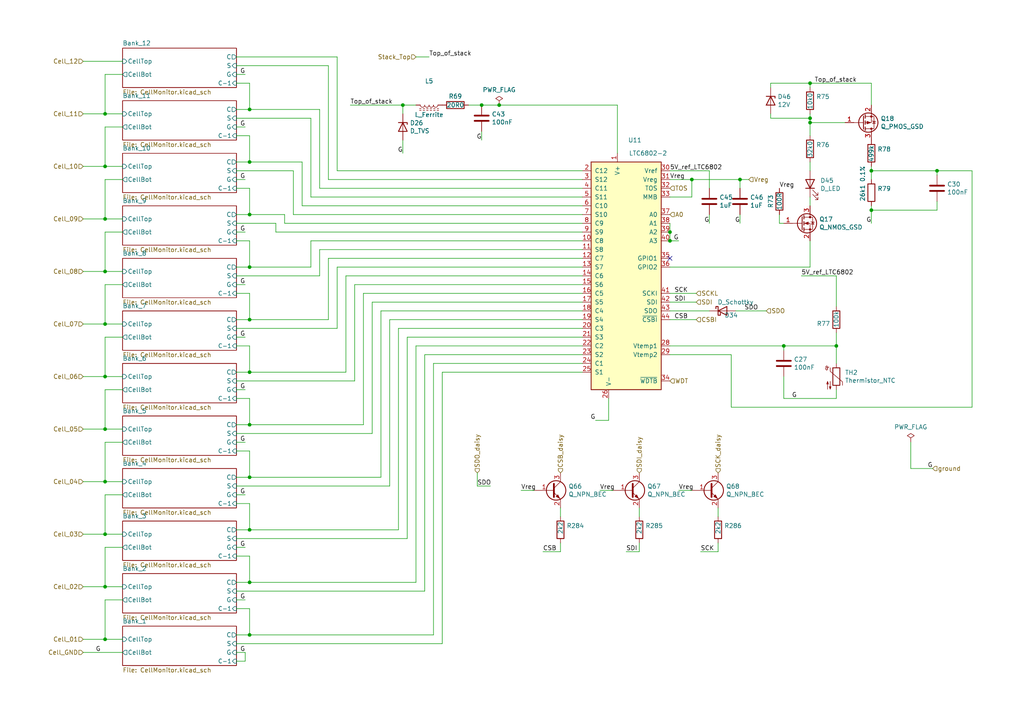
<source format=kicad_sch>
(kicad_sch (version 20211123) (generator eeschema)
  (paper "A4")
  (lib_symbols
    (symbol "Device:C" (pin_numbers hide) (pin_names (offset 0.254))
      (property "Reference" "C" (at 0.635 2.54 0))
      (property "Value" "C" (at 0.635 -2.54 0))
      (symbol "C_0_1"
        (polyline (pts (xy -2.032 -0.762) (xy 2.032 -0.762)) (stroke (width 0.508)))
        (polyline (pts (xy -2.032 0.762) (xy 2.032 0.762)) (stroke (width 0.508)))
      )
      (symbol "C_1_1"
        (pin passive line (at 0 3.81 270) (length 2.794) (name "~") (number "1"))
        (pin passive line (at 0 -3.81 90) (length 2.794) (name "~") (number "2"))
      )
    )
    (symbol "Device:D_Schottky" (pin_numbers hide) (pin_names (offset 1.016) hide)
      (property "Reference" "D" (at 0 2.54 0))
      (property "Value" "D_Schottky" (at 0 -2.54 0))
      (symbol "D_Schottky_0_1"
        (polyline (pts (xy 1.27 0) (xy -1.27 0)))
        (polyline (pts (xy 1.27 1.27) (xy 1.27 -1.27) (xy -1.27 0) (xy 1.27 1.27)) (stroke (width 0.254)))
        (polyline (pts (xy -1.905 0.635) (xy -1.905 1.27) (xy -1.27 1.27) (xy -1.27 -1.27) (xy -0.635 -1.27) (xy -0.635 -0.635)) (stroke (width 0.254)))
      )
      (symbol "D_Schottky_1_1"
        (pin passive line (at -3.81 0 0) (length 2.54) (name "K") (number "1"))
        (pin passive line (at 3.81 0 180) (length 2.54) (name "A") (number "2"))
      )
    )
    (symbol "Device:D_Zener" (pin_numbers hide) (pin_names (offset 1.016) hide)
      (property "Reference" "D" (at 0 2.54 0))
      (property "Value" "D_Zener" (at 0 -2.54 0))
      (symbol "D_Zener_0_1"
        (polyline (pts (xy 1.27 0) (xy -1.27 0)))
        (polyline (pts (xy -1.27 -1.27) (xy -1.27 1.27) (xy -0.762 1.27)) (stroke (width 0.254)))
        (polyline (pts (xy 1.27 -1.27) (xy 1.27 1.27) (xy -1.27 0) (xy 1.27 -1.27)) (stroke (width 0.254)))
      )
      (symbol "D_Zener_1_1"
        (pin passive line (at -3.81 0 0) (length 2.54) (name "K") (number "1"))
        (pin passive line (at 3.81 0 180) (length 2.54) (name "A") (number "2"))
      )
    )
    (symbol "Device:LED" (pin_numbers hide) (pin_names (offset 1.016) hide)
      (property "Reference" "D" (at 0 2.54 0))
      (property "Value" "LED" (at 0 -2.54 0))
      (symbol "LED_0_1"
        (polyline (pts (xy -1.27 -1.27) (xy -1.27 1.27)) (stroke (width 0.254)))
        (polyline (pts (xy -1.27 0) (xy 1.27 0)))
        (polyline (pts (xy 1.27 -1.27) (xy 1.27 1.27) (xy -1.27 0) (xy 1.27 -1.27)) (stroke (width 0.254)))
        (polyline (pts (xy -3.048 -0.762) (xy -4.572 -2.286) (xy -3.81 -2.286) (xy -4.572 -2.286) (xy -4.572 -1.524)))
        (polyline (pts (xy -1.778 -0.762) (xy -3.302 -2.286) (xy -2.54 -2.286) (xy -3.302 -2.286) (xy -3.302 -1.524)))
      )
      (symbol "LED_1_1"
        (pin passive line (at -3.81 0 0) (length 2.54) (name "K") (number "1"))
        (pin passive line (at 3.81 0 180) (length 2.54) (name "A") (number "2"))
      )
    )
    (symbol "Device:L_Ferrite" (pin_numbers hide) (pin_names (offset 1.016) hide)
      (property "Reference" "L" (at -1.27 0 90))
      (property "Value" "L_Ferrite" (at 2.794 0 90))
      (symbol "L_Ferrite_0_1"
        (arc (start 0 -2.54) (mid 0.635 -1.905) (end 0 -1.27))
        (arc (start 0 -1.27) (mid 0.635 -0.635) (end 0 0))
        (polyline (pts (xy 1.016 -2.794) (xy 1.016 -2.286)))
        (polyline (pts (xy 1.016 -1.778) (xy 1.016 -1.27)))
        (polyline (pts (xy 1.016 -0.762) (xy 1.016 -0.254)))
        (polyline (pts (xy 1.016 0.254) (xy 1.016 0.762)))
        (polyline (pts (xy 1.016 1.27) (xy 1.016 1.778)))
        (polyline (pts (xy 1.016 2.286) (xy 1.016 2.794)))
        (polyline (pts (xy 1.524 -2.286) (xy 1.524 -2.794)))
        (polyline (pts (xy 1.524 -1.27) (xy 1.524 -1.778)))
        (polyline (pts (xy 1.524 -0.254) (xy 1.524 -0.762)))
        (polyline (pts (xy 1.524 0.762) (xy 1.524 0.254)))
        (polyline (pts (xy 1.524 1.778) (xy 1.524 1.27)))
        (polyline (pts (xy 1.524 2.794) (xy 1.524 2.286)))
        (arc (start 0 0) (mid 0.635 0.635) (end 0 1.27))
        (arc (start 0 1.27) (mid 0.635 1.905) (end 0 2.54))
      )
      (symbol "L_Ferrite_1_1"
        (pin passive line (at 0 3.81 270) (length 1.27) (name "1") (number "1"))
        (pin passive line (at 0 -3.81 90) (length 1.27) (name "2") (number "2"))
      )
    )
    (symbol "Device:Q_NMOS_GSD" (pin_names (offset 0) hide)
      (property "Reference" "Q" (at 5.08 1.27 0))
      (property "Value" "Q_NMOS_GSD" (at 5.08 -1.27 0))
      (symbol "Q_NMOS_GSD_0_1"
        (polyline (pts (xy 0.254 0) (xy -2.54 0)))
        (polyline (pts (xy 0.254 1.905) (xy 0.254 -1.905)) (stroke (width 0.254)))
        (polyline (pts (xy 0.762 -1.27) (xy 0.762 -2.286)) (stroke (width 0.254)))
        (polyline (pts (xy 0.762 0.508) (xy 0.762 -0.508)) (stroke (width 0.254)))
        (polyline (pts (xy 0.762 2.286) (xy 0.762 1.27)) (stroke (width 0.254)))
        (polyline (pts (xy 2.54 2.54) (xy 2.54 1.778)))
        (polyline (pts (xy 2.54 -2.54) (xy 2.54 0) (xy 0.762 0)))
        (polyline (pts (xy 0.762 -1.778) (xy 3.302 -1.778) (xy 3.302 1.778) (xy 0.762 1.778)))
        (polyline (pts (xy 1.016 0) (xy 2.032 0.381) (xy 2.032 -0.381) (xy 1.016 0)) (fill (type outline)))
        (polyline (pts (xy 2.794 0.508) (xy 2.921 0.381) (xy 3.683 0.381) (xy 3.81 0.254)))
        (polyline (pts (xy 3.302 0.381) (xy 2.921 -0.254) (xy 3.683 -0.254) (xy 3.302 0.381)))
        (circle (center 1.651 0) (radius 2.794) (stroke (width 0.254)))
        (circle (center 2.54 -1.778) (radius 0.254) (fill (type outline)))
        (circle (center 2.54 1.778) (radius 0.254) (fill (type outline)))
      )
      (symbol "Q_NMOS_GSD_1_1"
        (pin input line (at -5.08 0 0) (length 2.54) (name "G") (number "1"))
        (pin passive line (at 2.54 -5.08 90) (length 2.54) (name "S") (number "2"))
        (pin passive line (at 2.54 5.08 270) (length 2.54) (name "D") (number "3"))
      )
    )
    (symbol "Device:Q_NPN_BEC" (pin_names (offset 0) hide)
      (property "Reference" "Q" (at 5.08 1.27 0))
      (property "Value" "Q_NPN_BEC" (at 5.08 -1.27 0))
      (symbol "Q_NPN_BEC_0_1"
        (polyline (pts (xy 0.635 0.635) (xy 2.54 2.54)))
        (polyline (pts (xy 0.635 -0.635) (xy 2.54 -2.54) (xy 2.54 -2.54)))
        (polyline (pts (xy 0.635 1.905) (xy 0.635 -1.905) (xy 0.635 -1.905)) (stroke (width 0.508)))
        (polyline (pts (xy 1.27 -1.778) (xy 1.778 -1.27) (xy 2.286 -2.286) (xy 1.27 -1.778) (xy 1.27 -1.778)) (fill (type outline)))
        (circle (center 1.27 0) (radius 2.8194) (stroke (width 0.254)))
      )
      (symbol "Q_NPN_BEC_1_1"
        (pin input line (at -5.08 0 0) (length 5.715) (name "B") (number "1"))
        (pin passive line (at 2.54 -5.08 90) (length 2.54) (name "E") (number "2"))
        (pin passive line (at 2.54 5.08 270) (length 2.54) (name "C") (number "3"))
      )
    )
    (symbol "Device:Q_PMOS_GSD" (pin_names (offset 0) hide)
      (property "Reference" "Q" (at 5.08 1.27 0))
      (property "Value" "Q_PMOS_GSD" (at 5.08 -1.27 0))
      (symbol "Q_PMOS_GSD_0_1"
        (polyline (pts (xy 0.254 0) (xy -2.54 0)))
        (polyline (pts (xy 0.254 1.905) (xy 0.254 -1.905)) (stroke (width 0.254)))
        (polyline (pts (xy 0.762 -1.27) (xy 0.762 -2.286)) (stroke (width 0.254)))
        (polyline (pts (xy 0.762 0.508) (xy 0.762 -0.508)) (stroke (width 0.254)))
        (polyline (pts (xy 0.762 2.286) (xy 0.762 1.27)) (stroke (width 0.254)))
        (polyline (pts (xy 2.54 2.54) (xy 2.54 1.778)))
        (polyline (pts (xy 2.54 -2.54) (xy 2.54 0) (xy 0.762 0)))
        (polyline (pts (xy 0.762 1.778) (xy 3.302 1.778) (xy 3.302 -1.778) (xy 0.762 -1.778)))
        (polyline (pts (xy 2.286 0) (xy 1.27 0.381) (xy 1.27 -0.381) (xy 2.286 0)) (fill (type outline)))
        (polyline (pts (xy 2.794 -0.508) (xy 2.921 -0.381) (xy 3.683 -0.381) (xy 3.81 -0.254)))
        (polyline (pts (xy 3.302 -0.381) (xy 2.921 0.254) (xy 3.683 0.254) (xy 3.302 -0.381)))
        (circle (center 1.651 0) (radius 2.794) (stroke (width 0.254)))
        (circle (center 2.54 -1.778) (radius 0.254) (fill (type outline)))
        (circle (center 2.54 1.778) (radius 0.254) (fill (type outline)))
      )
      (symbol "Q_PMOS_GSD_1_1"
        (pin input line (at -5.08 0 0) (length 2.54) (name "G") (number "1"))
        (pin passive line (at 2.54 -5.08 90) (length 2.54) (name "S") (number "2"))
        (pin passive line (at 2.54 5.08 270) (length 2.54) (name "D") (number "3"))
      )
    )
    (symbol "Device:R" (pin_numbers hide) (pin_names (offset 0))
      (property "Reference" "R" (at 2.032 0 90))
      (property "Value" "R" (at 0 0 90))
      (symbol "R_0_1"
        (rectangle (start -1.016 -2.54) (end 1.016 2.54) (stroke (width 0.254)))
      )
      (symbol "R_1_1"
        (pin passive line (at 0 3.81 270) (length 1.27) (name "~") (number "1"))
        (pin passive line (at 0 -3.81 90) (length 1.27) (name "~") (number "2"))
      )
    )
    (symbol "Device:Thermistor_NTC" (pin_numbers hide) (pin_names (offset 0))
      (property "Reference" "TH" (at -4.445 0 90))
      (property "Value" "Thermistor_NTC" (at 3.175 0 90))
      (symbol "Thermistor_NTC_0_1"
        (arc (start -3.048 2.159) (mid -3.0495 2.3143) (end -3.175 2.413))
        (arc (start -3.048 2.159) (mid -2.9736 1.9794) (end -2.794 1.905))
        (arc (start -3.048 2.794) (mid -2.9736 2.6144) (end -2.794 2.54))
        (arc (start -2.794 1.905) (mid -2.6144 1.9794) (end -2.54 2.159))
        (arc (start -2.794 2.54) (mid -2.4393 2.5587) (end -2.159 2.794))
        (arc (start -2.794 3.048) (mid -2.9736 2.9736) (end -3.048 2.794))
        (arc (start -2.54 2.794) (mid -2.6144 2.9736) (end -2.794 3.048))
        (rectangle (start -1.016 2.54) (end 1.016 -2.54) (stroke (width 0.254)))
        (polyline (pts (xy -2.54 2.159) (xy -2.54 2.794)))
        (polyline (pts (xy -1.778 2.54) (xy -1.778 1.524) (xy 1.778 -1.524) (xy 1.778 -2.54)))
        (polyline (pts (xy -2.54 -3.683) (xy -2.54 -1.397) (xy -2.794 -2.159) (xy -2.286 -2.159) (xy -2.54 -1.397) (xy -2.54 -1.651)) (fill (type outline)))
        (polyline (pts (xy -1.778 -1.397) (xy -1.778 -3.683) (xy -2.032 -2.921) (xy -1.524 -2.921) (xy -1.778 -3.683) (xy -1.778 -3.429)) (fill (type outline)))
      )
      (symbol "Thermistor_NTC_1_1"
        (pin passive line (at 0 3.81 270) (length 1.27) (name "~") (number "1"))
        (pin passive line (at 0 -3.81 90) (length 1.27) (name "~") (number "2"))
      )
    )
    (symbol "ICs:LTC6802-2" (pin_names (offset 1.016))
      (property "Reference" "U" (at -10.16 30.48 0))
      (property "Value" "LTC6802-2" (at -6.35 -38.1 0))
      (symbol "LTC6802-2_1_1"
        (rectangle (start 8.89 -36.83) (end -11.43 29.21) (stroke (width 0.254)) (fill (type background)))
        (pin input line (at 1.27 31.75 270) (length 2.54) (name "V+") (number "1"))
        (pin input line (at 11.43 6.35 180) (length 2.54) (name "C8") (number "10"))
        (pin input line (at 11.43 3.81 180) (length 2.54) (name "S8") (number "11"))
        (pin input line (at 11.43 1.27 180) (length 2.54) (name "C7") (number "12"))
        (pin input line (at 11.43 -1.27 180) (length 2.54) (name "S7") (number "13"))
        (pin input line (at 11.43 -3.81 180) (length 2.54) (name "C6") (number "14"))
        (pin input line (at 11.43 -6.35 180) (length 2.54) (name "S6") (number "15"))
        (pin input line (at 11.43 -8.89 180) (length 2.54) (name "C5") (number "16"))
        (pin input line (at 11.43 -11.43 180) (length 2.54) (name "S5") (number "17"))
        (pin input line (at 11.43 -13.97 180) (length 2.54) (name "C4") (number "18"))
        (pin input line (at 11.43 -16.51 180) (length 2.54) (name "S4") (number "19"))
        (pin input line (at 11.43 26.67 180) (length 2.54) (name "C12") (number "2"))
        (pin input line (at 11.43 -19.05 180) (length 2.54) (name "C3") (number "20"))
        (pin input line (at 11.43 -21.59 180) (length 2.54) (name "S3") (number "21"))
        (pin input line (at 11.43 -24.13 180) (length 2.54) (name "C2") (number "22"))
        (pin input line (at 11.43 -26.67 180) (length 2.54) (name "S2") (number "23"))
        (pin input line (at 11.43 -29.21 180) (length 2.54) (name "C1") (number "24"))
        (pin input line (at 11.43 -31.75 180) (length 2.54) (name "S1") (number "25"))
        (pin input line (at 3.81 -39.37 90) (length 2.54) (name "V-") (number "26"))
        (pin no_connect line (at -1.27 31.75 270) (length 2.54) hide (name "NC") (number "27"))
        (pin input line (at -13.97 -24.13 0) (length 2.54) (name "Vtemp1") (number "28"))
        (pin input line (at -13.97 -26.67 0) (length 2.54) (name "Vtemp2") (number "29"))
        (pin input line (at 11.43 24.13 180) (length 2.54) (name "S12") (number "3"))
        (pin input line (at -13.97 26.67 0) (length 2.54) (name "Vref") (number "30"))
        (pin input line (at -13.97 24.13 0) (length 2.54) (name "Vreg") (number "31"))
        (pin input line (at -13.97 21.59 0) (length 2.54) (name "TOS") (number "32"))
        (pin input line (at -13.97 19.05 0) (length 2.54) (name "MMB") (number "33"))
        (pin open_collector line (at -13.97 -34.29 0) (length 2.54) (name "~{WDTB}") (number "34"))
        (pin input line (at -13.97 1.27 0) (length 2.54) (name "GPIO1") (number "35"))
        (pin input line (at -13.97 -1.27 0) (length 2.54) (name "GPIO2") (number "36"))
        (pin input line (at -13.97 13.97 0) (length 2.54) (name "A0") (number "37"))
        (pin input line (at -13.97 11.43 0) (length 2.54) (name "A1") (number "38"))
        (pin input line (at -13.97 8.89 0) (length 2.54) (name "A2") (number "39"))
        (pin input line (at 11.43 21.59 180) (length 2.54) (name "C11") (number "4"))
        (pin input line (at -13.97 6.35 0) (length 2.54) (name "A3") (number "40"))
        (pin input line (at -13.97 -8.89 0) (length 2.54) (name "SCKI") (number "41"))
        (pin input line (at -13.97 -11.43 0) (length 2.54) (name "SDI") (number "42"))
        (pin open_collector line (at -13.97 -13.97 0) (length 2.54) (name "SDO") (number "43"))
        (pin input line (at -13.97 -16.51 0) (length 2.54) (name "~{CSBI}") (number "44"))
        (pin input line (at 11.43 19.05 180) (length 2.54) (name "S11") (number "5"))
        (pin input line (at 11.43 16.51 180) (length 2.54) (name "C10") (number "6"))
        (pin input line (at 11.43 13.97 180) (length 2.54) (name "S10") (number "7"))
        (pin input line (at 11.43 11.43 180) (length 2.54) (name "C9") (number "8"))
        (pin input line (at 11.43 8.89 180) (length 2.54) (name "S9") (number "9"))
      )
    )
    (symbol "power:PWR_FLAG" (power) (pin_numbers hide) (pin_names (offset 0) hide)
      (property "Value" "PWR_FLAG" (at 0 3.81 0))
      (symbol "PWR_FLAG_0_0"
        (pin power_out line (at 0 0 90) (length 0) (name "pwr") (number "1"))
      )
      (symbol "PWR_FLAG_0_1"
        (polyline (pts (xy 0 0) (xy 0 1.27) (xy -1.016 1.905) (xy 0 2.54) (xy 1.016 1.905) (xy 0 1.27)))
      )
    )
  )
  (junction (at 30.48 78.74))
  (junction (at 194.31 67.31))
  (junction (at 72.39 31.75))
  (junction (at 242.57 100.33))
  (junction (at 234.95 24.13))
  (junction (at 139.7 30.48))
  (junction (at 72.39 92.71))
  (junction (at 30.48 154.94))
  (junction (at 30.48 93.98))
  (junction (at 72.39 153.67))
  (junction (at 30.48 124.46))
  (junction (at 30.48 185.42))
  (junction (at 30.48 109.22))
  (junction (at 227.33 100.33))
  (junction (at 72.39 107.95))
  (junction (at 214.63 52.07))
  (junction (at 234.95 34.29))
  (junction (at 200.66 52.07))
  (junction (at 144.78 30.48))
  (junction (at 72.39 184.15))
  (junction (at 30.48 170.18))
  (junction (at 72.39 62.23))
  (junction (at 72.39 46.99))
  (junction (at 30.48 33.02))
  (junction (at 72.39 138.43))
  (junction (at 30.48 139.7))
  (junction (at 234.95 35.56))
  (junction (at 252.73 60.96))
  (junction (at 72.39 168.91))
  (junction (at 194.31 69.85))
  (junction (at 271.78 49.53))
  (junction (at 252.73 49.53))
  (junction (at 30.48 48.26))
  (junction (at 116.84 30.48))
  (junction (at 72.39 77.47))
  (junction (at 30.48 63.5))
  (junction (at 72.39 123.19))
  (no_connect (at 194.31 74.93))
  (wire (pts (xy 115.57 95.25) (xy 168.91 95.25)))
  (wire (pts (xy 227.33 100.33) (xy 242.57 100.33)))
  (wire (pts (xy 71.12 158.75) (xy 68.58 158.75)))
  (wire (pts (xy 71.12 113.03) (xy 68.58 113.03)))
  (wire (pts (xy 168.91 85.09) (xy 105.41 85.09)))
  (wire (pts (xy 176.53 121.92) (xy 176.53 115.57)))
  (wire (pts (xy 72.39 62.23) (xy 68.58 62.23)))
  (wire (pts (xy 24.13 109.22) (xy 30.48 109.22)))
  (wire (pts (xy 85.09 49.53) (xy 85.09 62.23)))
  (wire (pts (xy 71.12 143.51) (xy 68.58 143.51)))
  (wire (pts (xy 200.66 57.15) (xy 200.66 52.07)))
  (wire (pts (xy 176.53 121.92) (xy 172.72 121.92)))
  (wire (pts (xy 24.13 33.02) (xy 30.48 33.02)))
  (wire (pts (xy 201.93 92.71) (xy 194.31 92.71)))
  (wire (pts (xy 71.12 36.83) (xy 68.58 36.83)))
  (wire (pts (xy 226.06 62.23) (xy 226.06 64.77)))
  (wire (pts (xy 200.66 52.07) (xy 214.63 52.07)))
  (wire (pts (xy 194.31 67.31) (xy 194.31 69.85)))
  (wire (pts (xy 30.48 78.74) (xy 30.48 67.31)))
  (wire (pts (xy 72.39 153.67) (xy 115.57 153.67)))
  (wire (pts (xy 213.36 90.17) (xy 222.25 90.17)))
  (wire (pts (xy 177.8 142.24) (xy 173.99 142.24)))
  (wire (pts (xy 123.19 171.45) (xy 68.58 171.45)))
  (wire (pts (xy 30.48 21.59) (xy 35.56 21.59)))
  (wire (pts (xy 227.33 64.77) (xy 226.06 64.77)))
  (wire (pts (xy 68.58 115.57) (xy 72.39 115.57)))
  (wire (pts (xy 97.79 16.51) (xy 68.58 16.51)))
  (wire (pts (xy 95.25 92.71) (xy 72.39 92.71)))
  (wire (pts (xy 107.95 87.63) (xy 168.91 87.63)))
  (wire (pts (xy 80.01 67.31) (xy 168.91 67.31)))
  (wire (pts (xy 92.71 80.01) (xy 92.71 72.39)))
  (wire (pts (xy 271.78 49.53) (xy 271.78 50.8)))
  (wire (pts (xy 168.91 97.79) (xy 118.11 97.79)))
  (wire (pts (xy 105.41 85.09) (xy 105.41 123.19)))
  (wire (pts (xy 234.95 57.15) (xy 234.95 59.69)))
  (wire (pts (xy 194.31 100.33) (xy 227.33 100.33)))
  (wire (pts (xy 30.48 143.51) (xy 30.48 154.94)))
  (wire (pts (xy 30.48 128.27) (xy 35.56 128.27)))
  (wire (pts (xy 87.63 59.69) (xy 87.63 46.99)))
  (wire (pts (xy 201.93 85.09) (xy 194.31 85.09)))
  (wire (pts (xy 72.39 130.81) (xy 72.39 138.43)))
  (wire (pts (xy 118.11 156.21) (xy 68.58 156.21)))
  (wire (pts (xy 227.33 100.33) (xy 227.33 101.6)))
  (wire (pts (xy 24.13 170.18) (xy 30.48 170.18)))
  (wire (pts (xy 168.91 52.07) (xy 95.25 52.07)))
  (wire (pts (xy 101.6 30.48) (xy 116.84 30.48)))
  (wire (pts (xy 68.58 69.85) (xy 72.39 69.85)))
  (wire (pts (xy 102.87 82.55) (xy 168.91 82.55)))
  (wire (pts (xy 68.58 110.49) (xy 102.87 110.49)))
  (wire (pts (xy 24.13 17.78) (xy 35.56 17.78)))
  (wire (pts (xy 214.63 54.61) (xy 214.63 52.07)))
  (wire (pts (xy 168.91 105.41) (xy 125.73 105.41)))
  (wire (pts (xy 24.13 139.7) (xy 30.48 139.7)))
  (wire (pts (xy 68.58 176.53) (xy 72.39 176.53)))
  (wire (pts (xy 223.52 34.29) (xy 234.95 34.29)))
  (wire (pts (xy 205.74 62.23) (xy 205.74 64.77)))
  (wire (pts (xy 97.79 49.53) (xy 97.79 16.51)))
  (wire (pts (xy 24.13 185.42) (xy 30.48 185.42)))
  (wire (pts (xy 95.25 74.93) (xy 95.25 92.71)))
  (wire (pts (xy 92.71 54.61) (xy 92.71 31.75)))
  (wire (pts (xy 205.74 90.17) (xy 194.31 90.17)))
  (wire (pts (xy 30.48 93.98) (xy 35.56 93.98)))
  (wire (pts (xy 168.91 54.61) (xy 92.71 54.61)))
  (wire (pts (xy 68.58 186.69) (xy 128.27 186.69)))
  (wire (pts (xy 162.56 149.86) (xy 162.56 147.32)))
  (wire (pts (xy 242.57 88.9) (xy 242.57 80.01)))
  (wire (pts (xy 68.58 168.91) (xy 72.39 168.91)))
  (wire (pts (xy 30.48 124.46) (xy 35.56 124.46)))
  (wire (pts (xy 85.09 62.23) (xy 168.91 62.23)))
  (wire (pts (xy 168.91 59.69) (xy 87.63 59.69)))
  (wire (pts (xy 124.46 16.51) (xy 120.65 16.51)))
  (wire (pts (xy 252.73 49.53) (xy 271.78 49.53)))
  (wire (pts (xy 68.58 153.67) (xy 72.39 153.67)))
  (wire (pts (xy 234.95 34.29) (xy 234.95 35.56)))
  (wire (pts (xy 71.12 52.07) (xy 68.58 52.07)))
  (wire (pts (xy 68.58 130.81) (xy 72.39 130.81)))
  (wire (pts (xy 118.11 97.79) (xy 118.11 156.21)))
  (wire (pts (xy 68.58 24.13) (xy 72.39 24.13)))
  (wire (pts (xy 30.48 185.42) (xy 35.56 185.42)))
  (wire (pts (xy 205.74 54.61) (xy 205.74 49.53)))
  (wire (pts (xy 24.13 48.26) (xy 30.48 48.26)))
  (wire (pts (xy 30.48 109.22) (xy 35.56 109.22)))
  (wire (pts (xy 201.93 87.63) (xy 194.31 87.63)))
  (wire (pts (xy 30.48 154.94) (xy 35.56 154.94)))
  (wire (pts (xy 271.78 58.42) (xy 271.78 60.96)))
  (wire (pts (xy 30.48 33.02) (xy 35.56 33.02)))
  (wire (pts (xy 227.33 109.22) (xy 227.33 115.57)))
  (wire (pts (xy 90.17 57.15) (xy 90.17 34.29)))
  (wire (pts (xy 168.91 64.77) (xy 82.55 64.77)))
  (wire (pts (xy 92.71 72.39) (xy 168.91 72.39)))
  (wire (pts (xy 214.63 62.23) (xy 214.63 64.77)))
  (wire (pts (xy 30.48 63.5) (xy 30.48 52.07)))
  (wire (pts (xy 242.57 105.41) (xy 242.57 100.33)))
  (wire (pts (xy 72.39 77.47) (xy 68.58 77.47)))
  (wire (pts (xy 234.95 69.85) (xy 234.95 77.47)))
  (wire (pts (xy 212.09 118.11) (xy 212.09 102.87)))
  (wire (pts (xy 135.89 30.48) (xy 139.7 30.48)))
  (wire (pts (xy 194.31 77.47) (xy 234.95 77.47)))
  (wire (pts (xy 72.39 123.19) (xy 68.58 123.19)))
  (wire (pts (xy 223.52 33.02) (xy 223.52 34.29)))
  (wire (pts (xy 30.48 67.31) (xy 35.56 67.31)))
  (wire (pts (xy 194.31 64.77) (xy 194.31 67.31)))
  (wire (pts (xy 264.16 128.27) (xy 264.16 135.89)))
  (wire (pts (xy 71.12 21.59) (xy 68.58 21.59)))
  (wire (pts (xy 168.91 69.85) (xy 90.17 69.85)))
  (wire (pts (xy 68.58 49.53) (xy 85.09 49.53)))
  (wire (pts (xy 128.27 186.69) (xy 128.27 107.95)))
  (wire (pts (xy 30.48 158.75) (xy 30.48 170.18)))
  (wire (pts (xy 200.66 142.24) (xy 196.85 142.24)))
  (wire (pts (xy 72.39 46.99) (xy 68.58 46.99)))
  (wire (pts (xy 107.95 125.73) (xy 107.95 87.63)))
  (wire (pts (xy 72.39 54.61) (xy 72.39 62.23)))
  (wire (pts (xy 72.39 100.33) (xy 72.39 107.95)))
  (wire (pts (xy 72.39 115.57) (xy 72.39 123.19)))
  (wire (pts (xy 24.13 124.46) (xy 30.48 124.46)))
  (wire (pts (xy 110.49 90.17) (xy 168.91 90.17)))
  (wire (pts (xy 125.73 105.41) (xy 125.73 184.15)))
  (wire (pts (xy 97.79 77.47) (xy 168.91 77.47)))
  (wire (pts (xy 168.91 74.93) (xy 95.25 74.93)))
  (wire (pts (xy 185.42 160.02) (xy 181.61 160.02)))
  (wire (pts (xy 125.73 184.15) (xy 72.39 184.15)))
  (wire (pts (xy 68.58 100.33) (xy 72.39 100.33)))
  (wire (pts (xy 128.27 107.95) (xy 168.91 107.95)))
  (wire (pts (xy 113.03 92.71) (xy 113.03 140.97)))
  (wire (pts (xy 68.58 54.61) (xy 72.39 54.61)))
  (wire (pts (xy 30.48 93.98) (xy 30.48 82.55)))
  (wire (pts (xy 30.48 139.7) (xy 30.48 128.27)))
  (wire (pts (xy 30.48 113.03) (xy 35.56 113.03)))
  (wire (pts (xy 68.58 146.05) (xy 72.39 146.05)))
  (wire (pts (xy 24.13 189.23) (xy 35.56 189.23)))
  (wire (pts (xy 24.13 63.5) (xy 30.48 63.5)))
  (wire (pts (xy 154.94 142.24) (xy 151.13 142.24)))
  (wire (pts (xy 138.43 137.16) (xy 138.43 140.97)))
  (wire (pts (xy 242.57 96.52) (xy 242.57 100.33)))
  (wire (pts (xy 30.48 173.99) (xy 30.48 185.42)))
  (wire (pts (xy 71.12 189.23) (xy 68.58 189.23)))
  (wire (pts (xy 100.33 80.01) (xy 100.33 107.95)))
  (wire (pts (xy 82.55 64.77) (xy 82.55 62.23)))
  (wire (pts (xy 24.13 93.98) (xy 30.48 93.98)))
  (wire (pts (xy 72.39 39.37) (xy 72.39 46.99)))
  (wire (pts (xy 80.01 64.77) (xy 80.01 67.31)))
  (wire (pts (xy 200.66 52.07) (xy 194.31 52.07)))
  (wire (pts (xy 30.48 48.26) (xy 35.56 48.26)))
  (wire (pts (xy 116.84 30.48) (xy 120.65 30.48)))
  (wire (pts (xy 227.33 115.57) (xy 242.57 115.57)))
  (wire (pts (xy 205.74 49.53) (xy 194.31 49.53)))
  (wire (pts (xy 217.17 52.07) (xy 214.63 52.07)))
  (wire (pts (xy 72.39 107.95) (xy 68.58 107.95)))
  (wire (pts (xy 196.85 69.85) (xy 194.31 69.85)))
  (wire (pts (xy 252.73 52.07) (xy 252.73 49.53)))
  (wire (pts (xy 82.55 62.23) (xy 72.39 62.23)))
  (wire (pts (xy 116.84 40.64) (xy 116.84 44.45)))
  (wire (pts (xy 234.95 33.02) (xy 234.95 34.29)))
  (wire (pts (xy 30.48 33.02) (xy 30.48 21.59)))
  (wire (pts (xy 68.58 161.29) (xy 72.39 161.29)))
  (wire (pts (xy 168.91 102.87) (xy 123.19 102.87)))
  (wire (pts (xy 168.91 80.01) (xy 100.33 80.01)))
  (wire (pts (xy 245.11 35.56) (xy 234.95 35.56)))
  (wire (pts (xy 281.94 49.53) (xy 281.94 118.11)))
  (wire (pts (xy 30.48 52.07) (xy 35.56 52.07)))
  (wire (pts (xy 72.39 184.15) (xy 68.58 184.15)))
  (wire (pts (xy 223.52 24.13) (xy 223.52 25.4)))
  (wire (pts (xy 30.48 124.46) (xy 30.48 113.03)))
  (wire (pts (xy 68.58 80.01) (xy 92.71 80.01)))
  (wire (pts (xy 35.56 173.99) (xy 30.48 173.99)))
  (wire (pts (xy 212.09 102.87) (xy 194.31 102.87)))
  (wire (pts (xy 72.39 69.85) (xy 72.39 77.47)))
  (wire (pts (xy 72.39 176.53) (xy 72.39 184.15)))
  (wire (pts (xy 72.39 31.75) (xy 68.58 31.75)))
  (wire (pts (xy 168.91 57.15) (xy 90.17 57.15)))
  (wire (pts (xy 234.95 24.13) (xy 223.52 24.13)))
  (wire (pts (xy 97.79 95.25) (xy 97.79 77.47)))
  (wire (pts (xy 208.28 160.02) (xy 203.2 160.02)))
  (wire (pts (xy 90.17 69.85) (xy 90.17 77.47)))
  (wire (pts (xy 281.94 118.11) (xy 212.09 118.11)))
  (wire (pts (xy 242.57 115.57) (xy 242.57 113.03)))
  (wire (pts (xy 72.39 146.05) (xy 72.39 153.67)))
  (wire (pts (xy 252.73 24.13) (xy 234.95 24.13)))
  (wire (pts (xy 271.78 49.53) (xy 281.94 49.53)))
  (wire (pts (xy 72.39 161.29) (xy 72.39 168.91)))
  (wire (pts (xy 68.58 39.37) (xy 72.39 39.37)))
  (wire (pts (xy 68.58 85.09) (xy 72.39 85.09)))
  (wire (pts (xy 30.48 170.18) (xy 35.56 170.18)))
  (wire (pts (xy 252.73 49.53) (xy 252.73 48.26)))
  (wire (pts (xy 71.12 191.77) (xy 71.12 189.23)))
  (wire (pts (xy 162.56 157.48) (xy 162.56 160.02)))
  (wire (pts (xy 72.39 138.43) (xy 110.49 138.43)))
  (wire (pts (xy 179.07 44.45) (xy 179.07 30.48)))
  (wire (pts (xy 208.28 147.32) (xy 208.28 149.86)))
  (wire (pts (xy 194.31 57.15) (xy 200.66 57.15)))
  (wire (pts (xy 71.12 128.27) (xy 68.58 128.27)))
  (wire (pts (xy 110.49 138.43) (xy 110.49 90.17)))
  (wire (pts (xy 30.48 82.55) (xy 35.56 82.55)))
  (wire (pts (xy 95.25 19.05) (xy 68.58 19.05)))
  (wire (pts (xy 102.87 110.49) (xy 102.87 82.55)))
  (wire (pts (xy 90.17 77.47) (xy 72.39 77.47)))
  (wire (pts (xy 185.42 147.32) (xy 185.42 149.86)))
  (wire (pts (xy 90.17 34.29) (xy 68.58 34.29)))
  (wire (pts (xy 100.33 107.95) (xy 72.39 107.95)))
  (wire (pts (xy 95.25 52.07) (xy 95.25 19.05)))
  (wire (pts (xy 72.39 92.71) (xy 68.58 92.71)))
  (wire (pts (xy 234.95 24.13) (xy 234.95 25.4)))
  (wire (pts (xy 142.24 140.97) (xy 138.43 140.97)))
  (wire (pts (xy 185.42 157.48) (xy 185.42 160.02)))
  (wire (pts (xy 71.12 82.55) (xy 68.58 82.55)))
  (wire (pts (xy 242.57 80.01) (xy 232.41 80.01)))
  (wire (pts (xy 144.78 30.48) (xy 179.07 30.48)))
  (wire (pts (xy 234.95 35.56) (xy 234.95 39.37)))
  (wire (pts (xy 35.56 158.75) (xy 30.48 158.75)))
  (wire (pts (xy 71.12 67.31) (xy 68.58 67.31)))
  (wire (pts (xy 234.95 46.99) (xy 234.95 49.53)))
  (wire (pts (xy 30.48 63.5) (xy 35.56 63.5)))
  (wire (pts (xy 139.7 38.1) (xy 139.7 40.64)))
  (wire (pts (xy 252.73 60.96) (xy 252.73 64.77)))
  (wire (pts (xy 24.13 154.94) (xy 30.48 154.94)))
  (wire (pts (xy 30.48 78.74) (xy 35.56 78.74)))
  (wire (pts (xy 30.48 48.26) (xy 30.48 36.83)))
  (wire (pts (xy 92.71 31.75) (xy 72.39 31.75)))
  (wire (pts (xy 30.48 97.79) (xy 35.56 97.79)))
  (wire (pts (xy 35.56 143.51) (xy 30.48 143.51)))
  (wire (pts (xy 72.39 168.91) (xy 120.65 168.91)))
  (wire (pts (xy 264.16 135.89) (xy 270.51 135.89)))
  (wire (pts (xy 120.65 100.33) (xy 168.91 100.33)))
  (wire (pts (xy 168.91 92.71) (xy 113.03 92.71)))
  (wire (pts (xy 68.58 191.77) (xy 71.12 191.77)))
  (wire (pts (xy 113.03 140.97) (xy 68.58 140.97)))
  (wire (pts (xy 71.12 173.99) (xy 68.58 173.99)))
  (wire (pts (xy 105.41 123.19) (xy 72.39 123.19)))
  (wire (pts (xy 168.91 49.53) (xy 97.79 49.53)))
  (wire (pts (xy 72.39 85.09) (xy 72.39 92.71)))
  (wire (pts (xy 68.58 95.25) (xy 97.79 95.25)))
  (wire (pts (xy 30.48 139.7) (xy 35.56 139.7)))
  (wire (pts (xy 72.39 24.13) (xy 72.39 31.75)))
  (wire (pts (xy 162.56 160.02) (xy 157.48 160.02)))
  (wire (pts (xy 30.48 36.83) (xy 35.56 36.83)))
  (wire (pts (xy 208.28 157.48) (xy 208.28 160.02)))
  (wire (pts (xy 68.58 64.77) (xy 80.01 64.77)))
  (wire (pts (xy 87.63 46.99) (xy 72.39 46.99)))
  (wire (pts (xy 115.57 153.67) (xy 115.57 95.25)))
  (wire (pts (xy 68.58 138.43) (xy 72.39 138.43)))
  (wire (pts (xy 116.84 33.02) (xy 116.84 30.48)))
  (wire (pts (xy 30.48 109.22) (xy 30.48 97.79)))
  (wire (pts (xy 139.7 30.48) (xy 144.78 30.48)))
  (wire (pts (xy 252.73 59.69) (xy 252.73 60.96)))
  (wire (pts (xy 71.12 97.79) (xy 68.58 97.79)))
  (wire (pts (xy 24.13 78.74) (xy 30.48 78.74)))
  (wire (pts (xy 68.58 125.73) (xy 107.95 125.73)))
  (wire (pts (xy 123.19 102.87) (xy 123.19 171.45)))
  (wire (pts (xy 120.65 168.91) (xy 120.65 100.33)))
  (wire (pts (xy 252.73 30.48) (xy 252.73 24.13)))
  (wire (pts (xy 252.73 60.96) (xy 271.78 60.96)))
  (label "SDI" (at 181.61 160.02 0))
  (label "G" (at 71.12 143.51 180))
  (label "G" (at 71.12 128.27 180))
  (label "Vreg" (at 196.85 142.24 0))
  (label "SDO" (at 138.43 140.97 0))
  (label "G" (at 214.63 64.77 180))
  (label "CSB" (at 157.48 160.02 0))
  (label "5V_ref_LTC6802" (at 194.31 49.53 0))
  (label "G" (at 116.84 44.45 180))
  (label "G" (at 71.12 189.23 180))
  (label "Top_of_stack" (at 101.6 30.48 0))
  (label "Vreg" (at 173.99 142.24 0))
  (label "5V_ref_LTC6802" (at 232.41 80.01 0))
  (label "Top_of_stack" (at 124.46 16.51 0))
  (label "CSB" (at 195.58 92.71 0))
  (label "Vreg" (at 151.13 142.24 0))
  (label "SDO" (at 215.9 90.17 0))
  (label "G" (at 71.12 173.99 180))
  (label "G" (at 172.72 121.92 180))
  (label "G" (at 270.51 135.89 180))
  (label "Top_of_stack" (at 236.22 24.13 0))
  (label "G" (at 205.74 64.77 180))
  (label "G" (at 71.12 158.75 180))
  (label "SDI" (at 195.58 87.63 0))
  (label "G" (at 71.12 52.07 180))
  (label "G" (at 139.7 40.64 180))
  (label "G" (at 71.12 21.59 180))
  (label "G" (at 231.14 115.57 180))
  (label "G" (at 29.21 189.23 180))
  (label "SCK" (at 203.2 160.02 0))
  (label "Vreg" (at 226.06 54.61 0))
  (label "SCK" (at 195.58 85.09 0))
  (label "G" (at 71.12 67.31 180))
  (label "G" (at 71.12 82.55 180))
  (label "G" (at 252.73 64.77 180))
  (label "G" (at 196.85 69.85 180))
  (label "G" (at 71.12 113.03 180))
  (label "G" (at 71.12 97.79 180))
  (label "Vreg" (at 194.31 52.07 0))
  (label "G" (at 71.12 36.83 180))
  (hierarchical_label "SDI_daisy" (shape input) (at 185.42 137.16 90))
  (hierarchical_label "SCK_daisy" (shape input) (at 208.28 137.16 90))
  (hierarchical_label "Stack_Top" (shape input) (at 120.65 16.51 180))
  (hierarchical_label "Cell_08" (shape input) (at 24.13 78.74 180))
  (hierarchical_label "CSBI" (shape input) (at 201.93 92.71 0))
  (hierarchical_label "Vreg" (shape input) (at 217.17 52.07 0))
  (hierarchical_label "WDT" (shape input) (at 194.31 110.49 0))
  (hierarchical_label "Cell_06" (shape input) (at 24.13 109.22 180))
  (hierarchical_label "SDO_daisy" (shape input) (at 138.43 137.16 90))
  (hierarchical_label "Cell_12" (shape input) (at 24.13 17.78 180))
  (hierarchical_label "SDI" (shape input) (at 201.93 87.63 0))
  (hierarchical_label "Cell_01" (shape input) (at 24.13 185.42 180))
  (hierarchical_label "Cell_04" (shape input) (at 24.13 139.7 180))
  (hierarchical_label "CSB_daisy" (shape input) (at 162.56 137.16 90))
  (hierarchical_label "Cell_11" (shape input) (at 24.13 33.02 180))
  (hierarchical_label "Cell_09" (shape input) (at 24.13 63.5 180))
  (hierarchical_label "Cell_03" (shape input) (at 24.13 154.94 180))
  (hierarchical_label "Cell_07" (shape input) (at 24.13 93.98 180))
  (hierarchical_label "Cell_10" (shape input) (at 24.13 48.26 180))
  (hierarchical_label "SCKL" (shape input) (at 201.93 85.09 0))
  (hierarchical_label "Cell_GND" (shape input) (at 24.13 189.23 180))
  (hierarchical_label "ground" (shape input) (at 270.51 135.89 0))
  (hierarchical_label "A0" (shape input) (at 194.31 62.23 0))
  (hierarchical_label "Cell_05" (shape input) (at 24.13 124.46 180))
  (hierarchical_label "SDO" (shape input) (at 222.25 90.17 0))
  (hierarchical_label "Cell_02" (shape input) (at 24.13 170.18 180))
  (hierarchical_label "TOS" (shape input) (at 194.31 54.61 0))
  (symbol (lib_id "Device:R") (at 132.08 30.48 270) (unit 1)
    (property "Reference" "R69" (at 132.08 27.94 90))
    (property "Value" "20R0" (at 132.08 30.48 90))
    (property "Footprint" "Resistor_SMD:R_0603_1608Metric" (effects hide))
    (property "Datasheet" "https://www.seielect.com/catalog/sei-rmcf_rmcp.pdf" (effects hide))
    (property "MPN" "RMCF0603FT20R0" (effects hide))
    (property "Part Number" "RMCF0603FT20R0" (effects hide))
    (property "Digikey_PN" "RMCF0603FT20R0CT-ND" (effects hide))
  )
  (symbol (lib_id "Device:C") (at 139.7 34.29 180) (unit 1)
    (property "Reference" "C43" (at 142.621 33.1216 0) (effects (justify right)))
    (property "Value" "100nF" (at 142.621 35.433 0) (effects (justify right)))
    (property "Footprint" "Capacitor_SMD:C_1206_3216Metric" (effects hide))
    (property "Datasheet" "https://product.tdk.com/info/en/documents/chara_sheet/CGA5L3X7R2E104K160AA.pdf" (effects hide))
    (property "Part Number" "CGA5L3X7R2E104K160AA" (effects hide))
    (property "MPN" "CGA5L3X7R2E104K160AA" (effects hide))
    (property "Digikey_PN" "445-5851-1-ND" (effects hide))
  )
  (symbol (lib_id "Device:C") (at 205.74 58.42 0) (unit 1)
    (property "Reference" "C45" (at 208.661 57.2516 0) (effects (justify left)))
    (property "Value" "1uF" (at 208.661 59.563 0) (effects (justify left)))
    (property "Footprint" "Capacitor_SMD:C_0603_1608Metric" (effects hide))
    (property "Datasheet" "https://product.tdk.com/system/files/dam/doc/product/capacitor/ceramic/mlcc/catalog/mlcc_automotive_general_en.pdf" (effects hide))
    (property "Part Number" "CGA3E1X7R1C105K080AC" (effects hide))
    (property "Digikey_PN" "445-12539-1-ND" (effects hide))
  )
  (symbol (lib_id "Device:C") (at 214.63 58.42 0) (unit 1)
    (property "Reference" "C46" (at 217.551 57.2516 0) (effects (justify left)))
    (property "Value" "1uF" (at 217.551 59.563 0) (effects (justify left)))
    (property "Footprint" "Capacitor_SMD:C_0603_1608Metric" (effects hide))
    (property "Datasheet" "https://product.tdk.com/system/files/dam/doc/product/capacitor/ceramic/mlcc/catalog/mlcc_automotive_general_en.pdf" (effects hide))
    (property "Part Number" "CGA3E1X7R1C105K080AC" (effects hide))
    (property "Digikey_PN" "445-12539-1-ND" (effects hide))
  )
  (symbol (lib_id "Device:L_Ferrite") (at 124.46 30.48 270) (unit 1)
    (property "Reference" "L5" (at 124.46 23.5204 90))
    (property "Value" "L_Ferrite" (at 124.46 33.274 90))
    (property "Footprint" "Inductor_SMD:L_0603_1608Metric" (effects hide))
    (property "Datasheet" "https://www.we-online.com/katalog/datasheet/742792609.pdf" (effects hide))
    (property "MPN" "742792609" (effects hide))
    (property "Part Number" "742792609" (effects hide))
    (property "Digikey_PN" "732-1591-1-ND" (effects hide))
  )
  (symbol (lib_id "Device:Q_PMOS_GSD") (at 250.19 35.56 0) (mirror x) (unit 1)
    (property "Reference" "Q18" (at 255.4224 34.3916 0) (effects (justify left)))
    (property "Value" "Q_PMOS_GSD" (at 255.4224 36.703 0) (effects (justify left)))
    (property "Footprint" "Package_TO_SOT_SMD:SOT-23" (effects hide))
    (property "Datasheet" "https://ww1.microchip.com/downloads/en/DeviceDoc/TP5335-P-Channel-Enhancement-Mode-Vertical-DMOS-FET-Data-Sheet-20005704C.pdf" (effects hide))
    (property "Part Number" "TP5335K1-G" (effects hide))
    (property "MPN" "TP5335K1-G" (effects hide))
    (property "Digikey_PN" "TP5335K1-GCT-ND" (effects hide))
  )
  (symbol (lib_id "Device:R") (at 252.73 44.45 0) (unit 1)
    (property "Reference" "R78" (at 254.508 43.2816 0) (effects (justify left)))
    (property "Value" "499k" (at 252.73 46.99 90) (effects (justify left)))
    (property "Footprint" "Resistor_SMD:R_0603_1608Metric" (effects hide))
    (property "Datasheet" "https://www.seielect.com/catalog/sei-rmcf_rmcp.pdf" (effects hide))
    (property "Digikey_PN" "RMCF0603FT499KCT-ND" (effects hide))
    (property "MPN" "RMCF0603FT499K" (effects hide))
    (property "Part Number" "RMCF0603FT499K" (effects hide))
  )
  (symbol (lib_id "Device:R") (at 252.73 55.88 0) (unit 1)
    (property "Reference" "R79" (at 254.508 54.7116 0) (effects (justify left)))
    (property "Value" "26k1 0.1%" (at 250.19 58.42 90) (effects (justify left)))
    (property "Footprint" "Resistor_SMD:R_0603_1608Metric" (effects hide))
    (property "Datasheet" "https://media.digikey.com/pdf/Data%20Sheets/Tyco%20Electronics%20P%20B%20PDFs/RQ73-0618%20v2.pdf" (effects hide))
    (property "Part Number" "RQ73C1J26K1BTD" (effects hide))
    (property "Digikey_PN" "A140602CT-ND" (effects hide))
  )
  (symbol (lib_id "Device:Q_NMOS_GSD") (at 232.41 64.77 0) (unit 1)
    (property "Reference" "Q17" (at 237.617 63.6016 0) (effects (justify left)))
    (property "Value" "Q_NMOS_GSD" (at 237.617 65.913 0) (effects (justify left)))
    (property "Footprint" "Package_TO_SOT_SMD:SOT-23" (effects hide))
    (property "Datasheet" "https://ww1.microchip.com/downloads/en/DeviceDoc/TN5335-N-Channel-Enhancement-Mode-Vertical-DMOS-FET-Data-Sheet-20005955A.pdf" (effects hide))
    (property "Part Number" "TN5335K1-G" (effects hide))
    (property "MPN" "TN5335K1-G" (effects hide))
    (property "Digikey_PN" "TN5335K1-GCT-ND" (effects hide))
  )
  (symbol (lib_id "Device:R") (at 234.95 29.21 0) (unit 1)
    (property "Reference" "R75" (at 236.728 28.0416 0) (effects (justify left)))
    (property "Value" "10k0" (at 234.95 31.75 90) (effects (justify left)))
    (property "Footprint" "Resistor_SMD:R_0603_1608Metric" (effects hide))
    (property "Datasheet" "http://www.yageo.com/NewPortal/yageodocoutput?fileName=/pdf/R-Chip/PYu-AC_51_RoHS_L_6.pdf" (effects hide))
    (property "DNP" "< ... >" (effects hide))
    (property "Digikey_PN" "311-10KLDCT-ND" (effects hide))
    (property "MPN" "AC0603FR-0710KL" (effects hide))
    (property "Part Number" "AC0603FR-0710KL" (effects hide))
  )
  (symbol (lib_id "Device:R") (at 234.95 43.18 0) (unit 1)
    (property "Reference" "R76" (at 236.728 42.0116 0) (effects (justify left)))
    (property "Value" "32k0" (at 234.95 45.72 90) (effects (justify left)))
    (property "Footprint" "Resistor_SMD:R_0603_1608Metric" (effects hide))
    (property "Datasheet" "https://media.digikey.com/pdf/Data%20Sheets/KOA%20Speer/RN73R_Type_DS.pdf" (effects hide))
    (property "Digikey_PN" "2019-RN73R1JTTD3202B25CT-ND" (effects hide))
    (property "MPN" "RN73R1JTTD3202B25" (effects hide))
    (property "Part Number" "RN73R1JTTD3202B25" (effects hide))
  )
  (symbol (lib_id "Device:R") (at 226.06 58.42 0) (unit 1)
    (property "Reference" "R73" (at 223.52 58.42 90))
    (property "Value" "100R" (at 226.06 58.42 90))
    (property "Footprint" "Resistor_SMD:R_0603_1608Metric" (effects hide))
    (property "MPN" "AC0603FR-07100RL" (effects hide))
    (property "Part Number" "AC0603FR-07100RL" (effects hide))
    (property "Digikey_PN" "YAG3561CT-ND" (effects hide))
  )
  (symbol (lib_id "Device:D_Zener") (at 223.52 29.21 270) (unit 1)
    (property "Reference" "D46" (at 225.5266 28.0416 90) (effects (justify left)))
    (property "Value" "12V" (at 225.5266 30.353 90) (effects (justify left)))
    (property "Footprint" "Diode_SMD:D_SOD-323F" (effects hide))
    (property "Datasheet" "https://www.onsemi.com/pdf/datasheet/mm3z9v1c-d.pdf" (effects hide))
    (property "MPN" "MM3Z12VC" (effects hide))
    (property "Part Number" "MM3Z12VC" (effects hide))
    (property "Digikey_PN" "MM3Z12VCCT-ND" (effects hide))
  )
  (symbol (lib_id "Device:R") (at 242.57 92.71 180) (unit 1)
    (property "Reference" "R77" (at 240.792 93.8784 0) (effects (justify left)))
    (property "Value" "100k" (at 242.57 90.17 90) (effects (justify left)))
    (property "Footprint" "Resistor_SMD:R_0603_1608Metric" (effects hide))
    (property "Datasheet" "https://www.seielect.com/catalog/sei-rmcf_rmcp.pdf" (effects hide))
    (property "MPN" "RMCF0603FT100K" (effects hide))
    (property "Part Number" "RMCF0603FT100K" (effects hide))
    (property "Digikey_PN" "RMCF0603FT100KCT-ND" (effects hide))
  )
  (symbol (lib_id "Device:Thermistor_NTC") (at 242.57 109.22 0) (unit 1)
    (property "Reference" "TH2" (at 245.0592 108.0516 0) (effects (justify left)))
    (property "Value" "Thermistor_NTC" (at 245.0592 110.363 0) (effects (justify left)))
    (property "Footprint" "Resistor_SMD:R_0603_1608Metric" (effects hide))
    (property "Datasheet" "https://www.tdk-electronics.tdk.com/inf/50/db/ntc/NTC_SMD_Automotive_series_0603.pdf?ref_disty=digikey" (effects hide))
    (property "MPN" "B57355V5104F360" (effects hide))
    (property "Part Number" "B57355V5104F360" (effects hide))
    (property "Digikey_PN" "495-76084-1-ND" (effects hide))
  )
  (symbol (lib_id "Device:LED") (at 234.95 53.34 90) (unit 1)
    (property "Reference" "D45" (at 237.9218 52.3748 90) (effects (justify right)))
    (property "Value" "D_LED" (at 237.9218 54.6862 90) (effects (justify right)))
    (property "Footprint" "Diode_SMD:D_0603_1608Metric" (effects hide))
    (property "Datasheet" "http://optoelectronics.liteon.com/upload/download/DS22-2000-223/LTST-C191KRKT.PDF" (effects hide))
    (property "Digikey_PN" "160-1447-1-ND" (effects hide))
    (property "MPN" "LTST-C191KRKT" (effects hide))
    (property "Part Number" "LTST-C191KRKT" (effects hide))
  )
  (symbol (lib_id "power:PWR_FLAG") (at 144.78 30.48 0) (unit 1)
    (property "Reference" "#FLG0107" (effects hide))
    (property "Value" "PWR_FLAG" (at 144.78 26.0604 0))
  )
  (symbol (lib_id "ICs:LTC6802-2") (at 180.34 76.2 0) (mirror y) (unit 1)
    (property "Reference" "U11" (at 184.15 40.64 0))
    (property "Value" "LTC6802-2" (at 187.96 44.45 0))
    (property "Footprint" "Package_SO:TSSOP-44_6.1x11mm_P0.5mm" (effects hide))
    (property "Datasheet" "https://www.analog.com/media/en/technical-documentation/data-sheets/LTC6802-2.pdf" (effects hide))
    (property "MPN" "LTC6802IG-2#3ZZPBF" (effects hide))
    (property "Mouser_PN" "584-6802IG-2#3ZZPBF" (effects hide))
    (property "Part Number" "LTC6802IG-2#3ZZPBF" (effects hide))
  )
  (symbol (lib_id "Device:Q_NPN_BEC") (at 205.74 142.24 0) (unit 1)
    (property "Reference" "Q68" (at 210.5914 141.0716 0) (effects (justify left)))
    (property "Value" "Q_NPN_BEC" (at 210.5914 143.383 0) (effects (justify left)))
    (property "Footprint" "Package_TO_SOT_SMD:SOT-23" (effects hide))
    (property "Datasheet" "https://www.diodes.com/assets/Datasheets/ds30062.pdf" (effects hide))
    (property "Part Number" "MMBTA42-7-F" (effects hide))
    (property "MPN" "MMBTA42-7-F" (effects hide))
    (property "Digikey_PN" "FMMTA42CT-ND" (effects hide))
  )
  (symbol (lib_id "Device:Q_NPN_BEC") (at 182.88 142.24 0) (unit 1)
    (property "Reference" "Q67" (at 187.7314 141.0716 0) (effects (justify left)))
    (property "Value" "Q_NPN_BEC" (at 187.7314 143.383 0) (effects (justify left)))
    (property "Footprint" "Package_TO_SOT_SMD:SOT-23" (effects hide))
    (property "Datasheet" "https://www.diodes.com/assets/Datasheets/ds30062.pdf" (effects hide))
    (property "Part Number" "MMBTA42-7-F" (effects hide))
    (property "MPN" "MMBTA42-7-F" (effects hide))
    (property "Digikey_PN" "FMMTA42CT-ND" (effects hide))
  )
  (symbol (lib_id "Device:Q_NPN_BEC") (at 160.02 142.24 0) (unit 1)
    (property "Reference" "Q66" (at 164.8714 141.0716 0) (effects (justify left)))
    (property "Value" "Q_NPN_BEC" (at 164.8714 143.383 0) (effects (justify left)))
    (property "Footprint" "Package_TO_SOT_SMD:SOT-23" (effects hide))
    (property "Datasheet" "https://www.diodes.com/assets/Datasheets/ds30062.pdf" (effects hide))
    (property "Part Number" "MMBTA42-7-F" (effects hide))
    (property "MPN" "MMBTA42-7-F" (effects hide))
    (property "Digikey_PN" "FMMTA42CT-ND" (effects hide))
  )
  (symbol (lib_id "Device:R") (at 185.42 153.67 0) (unit 1)
    (property "Reference" "R285" (at 187.198 152.5016 0) (effects (justify left)))
    (property "Value" "2k2" (at 185.42 154.94 90) (effects (justify left)))
    (property "Footprint" "Resistor_SMD:R_0603_1608Metric" (effects hide))
    (property "Digikey_PN" "RMCF0603FT2K20CT-ND" (effects hide))
    (property "MPN" "RMCF0603FT2K20" (effects hide))
    (property "Part Number" "RMCF0603FT2K20" (effects hide))
  )
  (symbol (lib_id "Device:R") (at 208.28 153.67 0) (unit 1)
    (property "Reference" "R286" (at 210.058 152.5016 0) (effects (justify left)))
    (property "Value" "2k2" (at 208.28 154.94 90) (effects (justify left)))
    (property "Footprint" "Resistor_SMD:R_0603_1608Metric" (effects hide))
    (property "Digikey_PN" "RMCF0603FT2K20CT-ND" (effects hide))
    (property "MPN" "RMCF0603FT2K20" (effects hide))
    (property "Part Number" "RMCF0603FT2K20" (effects hide))
  )
  (symbol (lib_id "Device:R") (at 162.56 153.67 0) (unit 1)
    (property "Reference" "R284" (at 164.338 152.5016 0) (effects (justify left)))
    (property "Value" "2k2" (at 162.56 154.94 90) (effects (justify left)))
    (property "Footprint" "Resistor_SMD:R_0603_1608Metric" (effects hide))
    (property "Digikey_PN" "RMCF0603FT2K20CT-ND" (effects hide))
    (property "MPN" "RMCF0603FT2K20" (effects hide))
    (property "Part Number" "RMCF0603FT2K20" (effects hide))
  )
  (symbol (lib_id "Device:D_Schottky") (at 209.55 90.17 0) (unit 1)
    (property "Reference" "D34" (at 212.09 91.44 0))
    (property "Value" "D_Schottky" (at 213.36 87.63 0))
    (property "Footprint" "Diode_SMD:D_SOD-123F" (effects hide))
    (property "Datasheet" "https://www.onsemi.com/pub/Collateral/RS1AFA-D.PDF" (effects hide))
    (property "MPN" "RS1GFA" (effects hide))
    (property "Part Number" "RS1GFA" (effects hide))
    (property "Digikey_PN" "S215FACT-ND" (effects hide))
  )
  (symbol (lib_id "power:PWR_FLAG") (at 264.16 128.27 0) (unit 1)
    (property "Reference" "#FLG0109" (effects hide))
    (property "Value" "PWR_FLAG" (at 264.16 123.8504 0))
  )
  (symbol (lib_id "Device:D_Zener") (at 116.84 36.83 270) (unit 1)
    (property "Reference" "D26" (at 118.872 35.6616 90) (effects (justify left)))
    (property "Value" "D_TVS" (at 118.872 37.973 90) (effects (justify left)))
    (property "Footprint" "Diode_SMD:D_SMA" (effects hide))
    (property "Datasheet" "https://www.diodes.com/assets/Datasheets/SMAJ5.0CA-SMAJ200CA.pdf" (effects hide))
    (property "Part Number" "SMAJ60A-13-F" (effects hide))
    (property "Digikey_PN" "SMAJ60A-FDICT-ND" (effects hide))
  )
  (symbol (lib_id "Device:C") (at 271.78 54.61 0) (unit 1)
    (property "Reference" "C30" (at 274.701 53.4416 0) (effects (justify left)))
    (property "Value" "100nF" (at 274.701 55.753 0) (effects (justify left)))
    (property "Footprint" "Capacitor_SMD:C_0603_1608Metric" (effects hide))
    (property "Datasheet" "http://psearch.en.murata.com/capacitor/product/GCM188R71H104KA57%23.pdf" (effects hide))
    (property "MPN" "GCM188R71H104KA57D" (effects hide))
    (property "Part Number" "GCM188R71H104KA57D" (effects hide))
    (property "Digikey_PN" "490-4779-1-ND" (effects hide))
  )
  (symbol (lib_id "Device:C") (at 227.33 105.41 0) (unit 1)
    (property "Reference" "C27" (at 230.251 104.2416 0) (effects (justify left)))
    (property "Value" "100nF" (at 230.251 106.553 0) (effects (justify left)))
    (property "Footprint" "Capacitor_SMD:C_0603_1608Metric" (effects hide))
    (property "Datasheet" "http://psearch.en.murata.com/capacitor/product/GCM188R71H104KA57%23.pdf" (effects hide))
    (property "MPN" "GCM188R71H104KA57D" (effects hide))
    (property "Part Number" "GCM188R71H104KA57D" (effects hide))
    (property "Digikey_PN" "490-4779-1-ND" (effects hide))
  )
  (sheet (at 35.56 135.89) (size 33.02 11.43)
    (property "Sheet name" "Bank_4" (at 35.56 135.1784 0) (effects (justify left bottom)))
    (property "Sheet file" "CellMonitor.kicad_sch" (at 35.56 147.9046 0) (effects (justify left top)))
    (pin "CellTop" input (at 35.56 139.7 180))
    (pin "CellBot" output (at 35.56 143.51 180))
    (pin "G" input (at 68.58 143.51 0))
    (pin "C" output (at 68.58 138.43 0))
    (pin "S" input (at 68.58 140.97 0))
    (pin "C-1" input (at 68.58 146.05 0) (effects (font (size 1.1938 1.1938))))
  )
  (sheet (at 35.56 151.13) (size 33.02 11.43)
    (property "Sheet name" "Bank_3" (at 35.56 150.4184 0) (effects (justify left bottom)))
    (property "Sheet file" "CellMonitor.kicad_sch" (at 35.56 163.1446 0) (effects (justify left top)))
    (pin "CellTop" input (at 35.56 154.94 180))
    (pin "CellBot" output (at 35.56 158.75 180))
    (pin "G" input (at 68.58 158.75 0))
    (pin "C" output (at 68.58 153.67 0))
    (pin "S" input (at 68.58 156.21 0))
    (pin "C-1" input (at 68.58 161.29 0) (effects (font (size 1.1938 1.1938))))
  )
  (sheet (at 35.56 166.37) (size 33.02 11.43)
    (property "Sheet name" "Bank_2" (at 35.56 165.6584 0) (effects (justify left bottom)))
    (property "Sheet file" "CellMonitor.kicad_sch" (at 35.56 178.3846 0) (effects (justify left top)))
    (pin "CellTop" input (at 35.56 170.18 180))
    (pin "CellBot" output (at 35.56 173.99 180))
    (pin "G" input (at 68.58 173.99 0))
    (pin "C" output (at 68.58 168.91 0))
    (pin "S" input (at 68.58 171.45 0))
    (pin "C-1" input (at 68.58 176.53 0) (effects (font (size 1.1938 1.1938))))
  )
  (sheet (at 35.56 181.61) (size 33.02 11.43)
    (property "Sheet name" "Bank_1" (at 35.56 180.8984 0) (effects (justify left bottom)))
    (property "Sheet file" "CellMonitor.kicad_sch" (at 35.56 193.6246 0) (effects (justify left top)))
    (pin "CellTop" input (at 35.56 185.42 180))
    (pin "CellBot" output (at 35.56 189.23 180))
    (pin "G" input (at 68.58 189.23 0))
    (pin "C" output (at 68.58 184.15 0))
    (pin "S" input (at 68.58 186.69 0))
    (pin "C-1" input (at 68.58 191.77 0) (effects (font (size 1.1938 1.1938))))
  )
  (sheet (at 35.56 120.65) (size 33.02 11.43)
    (property "Sheet name" "Bank_5" (at 35.56 119.9384 0) (effects (justify left bottom)))
    (property "Sheet file" "CellMonitor.kicad_sch" (at 35.56 132.6646 0) (effects (justify left top)))
    (pin "CellTop" input (at 35.56 124.46 180))
    (pin "CellBot" output (at 35.56 128.27 180))
    (pin "G" input (at 68.58 128.27 0))
    (pin "C" output (at 68.58 123.19 0))
    (pin "S" input (at 68.58 125.73 0))
    (pin "C-1" input (at 68.58 130.81 0) (effects (font (size 1.1938 1.1938))))
  )
  (sheet (at 35.56 105.41) (size 33.02 11.43)
    (property "Sheet name" "Bank_6" (at 35.56 104.6984 0) (effects (justify left bottom)))
    (property "Sheet file" "CellMonitor.kicad_sch" (at 35.56 117.4246 0) (effects (justify left top)))
    (pin "CellTop" input (at 35.56 109.22 180))
    (pin "CellBot" output (at 35.56 113.03 180))
    (pin "G" input (at 68.58 113.03 0))
    (pin "C" output (at 68.58 107.95 0))
    (pin "S" input (at 68.58 110.49 0))
    (pin "C-1" input (at 68.58 115.57 0) (effects (font (size 1.1938 1.1938))))
  )
  (sheet (at 35.56 90.17) (size 33.02 11.43)
    (property "Sheet name" "Bank_7" (at 35.56 89.4584 0) (effects (justify left bottom)))
    (property "Sheet file" "CellMonitor.kicad_sch" (at 35.56 102.1846 0) (effects (justify left top)))
    (pin "CellTop" input (at 35.56 93.98 180))
    (pin "CellBot" output (at 35.56 97.79 180))
    (pin "G" input (at 68.58 97.79 0))
    (pin "C" output (at 68.58 92.71 0))
    (pin "S" input (at 68.58 95.25 0))
    (pin "C-1" input (at 68.58 100.33 0) (effects (font (size 1.1938 1.1938))))
  )
  (sheet (at 35.56 74.93) (size 33.02 11.43)
    (property "Sheet name" "Bank_8" (at 35.56 74.2184 0) (effects (justify left bottom)))
    (property "Sheet file" "CellMonitor.kicad_sch" (at 35.56 86.9446 0) (effects (justify left top)))
    (pin "CellTop" input (at 35.56 78.74 180))
    (pin "CellBot" output (at 35.56 82.55 180))
    (pin "G" input (at 68.58 82.55 0))
    (pin "C" output (at 68.58 77.47 0))
    (pin "S" input (at 68.58 80.01 0))
    (pin "C-1" input (at 68.58 85.09 0) (effects (font (size 1.1938 1.1938))))
  )
  (sheet (at 35.56 59.69) (size 33.02 11.43)
    (property "Sheet name" "Bank_9" (at 35.56 58.9784 0) (effects (justify left bottom)))
    (property "Sheet file" "CellMonitor.kicad_sch" (at 35.56 71.7046 0) (effects (justify left top)))
    (pin "CellTop" input (at 35.56 63.5 180))
    (pin "CellBot" output (at 35.56 67.31 180))
    (pin "G" input (at 68.58 67.31 0))
    (pin "C" output (at 68.58 62.23 0))
    (pin "S" input (at 68.58 64.77 0))
    (pin "C-1" input (at 68.58 69.85 0) (effects (font (size 1.1938 1.1938))))
  )
  (sheet (at 35.56 44.45) (size 33.02 11.43)
    (property "Sheet name" "Bank_10" (at 35.56 43.7384 0) (effects (justify left bottom)))
    (property "Sheet file" "CellMonitor.kicad_sch" (at 35.56 56.4646 0) (effects (justify left top)))
    (pin "CellTop" input (at 35.56 48.26 180))
    (pin "CellBot" output (at 35.56 52.07 180))
    (pin "G" input (at 68.58 52.07 0))
    (pin "C" output (at 68.58 46.99 0))
    (pin "S" input (at 68.58 49.53 0))
    (pin "C-1" input (at 68.58 54.61 0) (effects (font (size 1.1938 1.1938))))
  )
  (sheet (at 35.56 29.21) (size 33.02 11.43)
    (property "Sheet name" "Bank_11" (at 35.56 28.4984 0) (effects (justify left bottom)))
    (property "Sheet file" "CellMonitor.kicad_sch" (at 35.56 41.2246 0) (effects (justify left top)))
    (pin "CellTop" input (at 35.56 33.02 180))
    (pin "CellBot" output (at 35.56 36.83 180))
    (pin "G" input (at 68.58 36.83 0))
    (pin "C" output (at 68.58 31.75 0))
    (pin "S" input (at 68.58 34.29 0))
    (pin "C-1" input (at 68.58 39.37 0) (effects (font (size 1.1938 1.1938))))
  )
  (sheet (at 35.56 13.97) (size 33.02 11.43)
    (property "Sheet name" "Bank_12" (at 35.56 13.2584 0) (effects (justify left bottom)))
    (property "Sheet file" "CellMonitor.kicad_sch" (at 35.56 25.9846 0) (effects (justify left top)))
    (pin "CellTop" input (at 35.56 17.78 180))
    (pin "CellBot" output (at 35.56 21.59 180))
    (pin "G" input (at 68.58 21.59 0))
    (pin "C" output (at 68.58 16.51 0))
    (pin "S" input (at 68.58 19.05 0))
    (pin "C-1" input (at 68.58 24.13 0) (effects (font (size 1.1938 1.1938))))
  )
)
</source>
